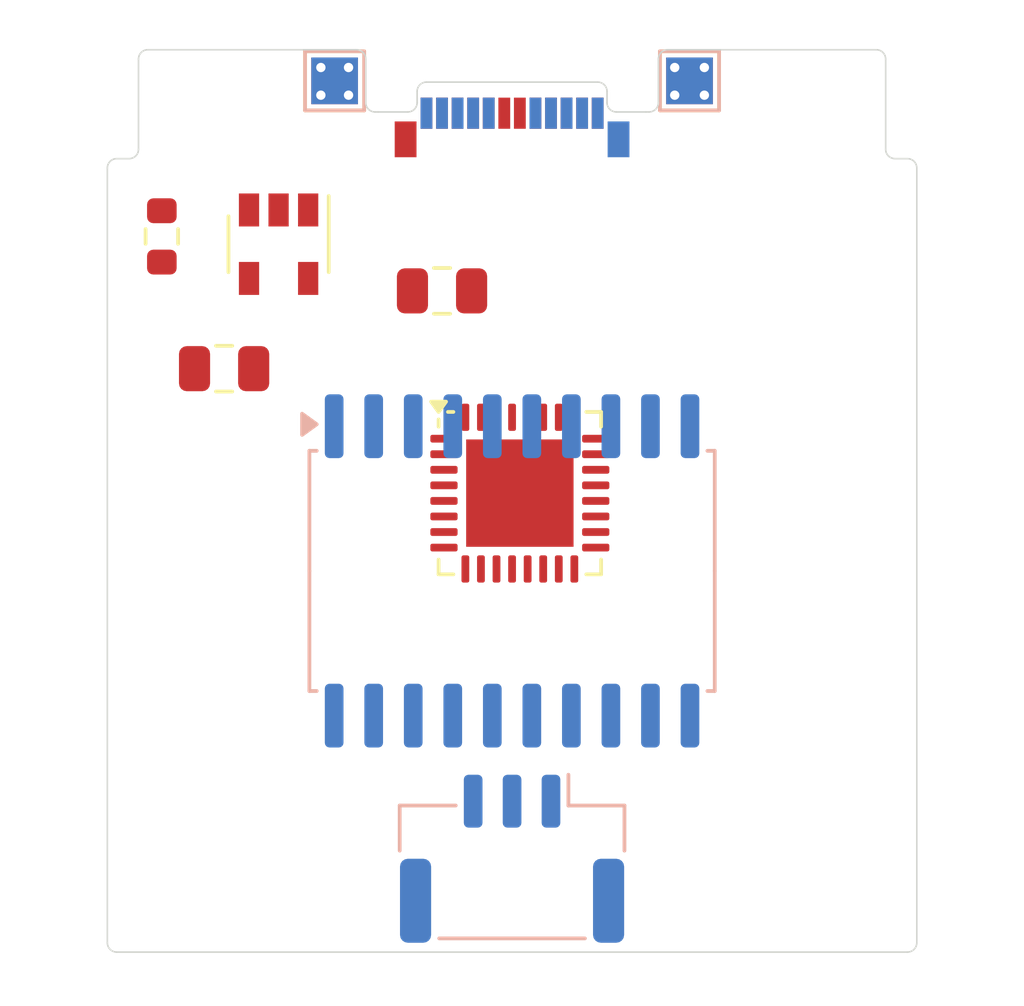
<source format=kicad_pcb>
(kicad_pcb (version 20240108) (generator "pcbnew") (generator_version "8.0")
  (title_block (title "Expansion Card Template") (rev "X1") (company "Framework") (comment 1 "This work is licensed under a Creative Commons Attribution 4.0 International License") (comment 4 "https://frame.work"))
  (layers (0 "F.Cu" signal) (31 "B.Cu" signal) (34 "B.Paste" user) (35 "F.Paste" user) (36 "B.SilkS" user "B.Silkscreen") (37 "F.SilkS" user "F.Silkscreen") (38 "B.Mask" user) (39 "F.Mask" user) (44 "Edge.Cuts" user))
  (net 0 "")
  (net 1 "GND")
  (net 2 "+3V3")
  (net 3 "VBUS")
  (net 4 "/USB_DP")
  (net 5 "/USB_DN")
  (net 6 "Net-(P1-CC)")
  (net 22 "/CAN_RX")
  (net 35 "/CAN_TX")
  (net 38 "GND2")
  (net 40 "Net-(J1-Pin_2)")
  (net 42 "Net-(J1-Pin_1)")
  (net 46 "Net-(U3-VISOIN)")
  (footprint "Package_TO_SOT_SMD:SOT-23-5" (layer "F.Cu") (at 132.5 133.25 -90)
    (property "Reference" "U1" (hide yes))
    (property "Value" "AP2112K-3.3")
    (fp_line (start -0.9 1.61) (end 0.9 1.61) (stroke (width 0.12)) (layer "F.SilkS"))
    (fp_line (start 0.9 -1.61) (end -1.55 -1.61) (stroke (width 0.12)) (layer "F.SilkS"))
    (pad "1" smd rect (at -1.1 -0.95 270) (size 1.06 0.65) (layers "F.Cu" "F.Paste" "F.Mask") (net 3 "VBUS"))
    (pad "2" smd rect (at -1.1 0 270) (size 1.06 0.65) (layers "F.Cu" "F.Paste" "F.Mask") (net 1 "GND"))
    (pad "3" smd rect (at -1.1 0.95 270) (size 1.06 0.65) (layers "F.Cu" "F.Paste" "F.Mask") (net 3 "VBUS"))
    (pad "4" smd rect (at 1.1 0.95 270) (size 1.06 0.65) (layers "F.Cu" "F.Paste" "F.Mask"))
    (pad "5" smd rect (at 1.1 -0.95 270) (size 1.06 0.65) (layers "F.Cu" "F.Paste" "F.Mask") (net 2 "+3V3"))
  )
  (footprint "Capacitor_SMD:C_0805_2012Metric" (layer "F.Cu") (at 130.75 137.25 180)
    (property "Reference" "C1" (hide yes))
    (property "Value" "10uF")
    (fp_line (start -0.261252 0.735) (end 0.261252 0.735) (stroke (width 0.12)) (layer "F.SilkS"))
    (fp_line (start -0.261252 -0.735) (end 0.261252 -0.735) (stroke (width 0.12)) (layer "F.SilkS"))
    (pad "1" smd roundrect (at -0.95 0 180) (size 1 1.45) (layers "F.Cu" "F.Paste" "F.Mask") (net 3 "VBUS"))
    (pad "2" smd roundrect (at 0.95 0 180) (size 1 1.45) (layers "F.Cu" "F.Paste" "F.Mask") (net 1 "GND"))
  )
  (footprint "Resistor_SMD:R_0603_1608Metric" (layer "F.Cu") (at 128.75 133 -90)
    (property "Reference" "R1" (hide yes))
    (property "Value" "5.1k")
    (fp_line (start -0.237258 0.5225) (end 0.237258 0.5225) (stroke (width 0.12)) (layer "F.SilkS"))
    (fp_line (start -0.237258 -0.5225) (end 0.237258 -0.5225) (stroke (width 0.12)) (layer "F.SilkS"))
    (pad "1" smd roundrect (at -0.825 0 270) (size 0.8 0.95) (layers "F.Cu" "F.Paste" "F.Mask") (net 6 "Net-(P1-CC)"))
    (pad "2" smd roundrect (at 0.825 0 270) (size 0.8 0.95) (layers "F.Cu" "F.Paste" "F.Mask") (net 1 "GND"))
  )
  (footprint "Expansion_Card:USB_C_Plug_Molex_105444" (layer "F.Cu") (at 140 129)
    (property "Reference" "P1" (hide yes))
    (property "Value" "USB_C_Plug_USB2.0")
    (fp_line (start -3.35 0) (end -4.3 0) (stroke (width 0.05)) (layer "Edge.Cuts"))
    (fp_line (start -3.05 -0.66) (end -3.05 -0.3) (stroke (width 0.05)) (layer "Edge.Cuts"))
    (fp_line (start -2.75 -0.96) (end 2.75 -0.96) (stroke (width 0.05)) (layer "Edge.Cuts"))
    (fp_line (start 3.05 -0.66) (end 3.05 -0.3) (stroke (width 0.05)) (layer "Edge.Cuts"))
    (fp_line (start 3.35 0) (end 4.3 0) (stroke (width 0.05)) (layer "Edge.Cuts"))
    (fp_arc (start -3.05 -0.66) (mid -2.962132 -0.872132) (end -2.75 -0.96) (stroke (width 0.05)) (layer "Edge.Cuts"))
    (fp_arc (start -3.05 -0.3) (mid -3.137868 -0.087868) (end -3.35 0) (stroke (width 0.05)) (layer "Edge.Cuts"))
    (fp_arc (start 2.75 -0.96) (mid 2.962132 -0.872132) (end 3.05 -0.66) (stroke (width 0.05)) (layer "Edge.Cuts"))
    (fp_arc (start 3.35 0) (mid 3.137868 -0.087868) (end 3.05 -0.3) (stroke (width 0.05)) (layer "Edge.Cuts"))
    (pad "A1" smd rect (at -2.75 0.04) (size 0.38 1) (layers "F.Cu" "F.Paste" "F.Mask") (net 1 "GND"))
    (pad "A2" smd rect (at -2.25 0.04) (size 0.38 1) (layers "F.Cu" "F.Paste" "F.Mask"))
    (pad "A3" smd rect (at -1.75 0.04) (size 0.38 1) (layers "F.Cu" "F.Paste" "F.Mask"))
    (pad "A4" smd rect (at -1.25 0.04) (size 0.38 1) (layers "F.Cu" "F.Paste" "F.Mask") (net 3 "VBUS"))
    (pad "A5" smd rect (at -0.75 0.04) (size 0.38 1) (layers "F.Cu" "F.Paste" "F.Mask") (net 6 "Net-(P1-CC)"))
    (pad "A6" smd rect (at -0.25 0.04) (size 0.38 1) (layers "F.Cu" "F.Paste" "F.Mask") (net 4 "/USB_DP"))
    (pad "A7" smd rect (at 0.25 0.04) (size 0.38 1) (layers "F.Cu" "F.Paste" "F.Mask") (net 5 "/USB_DN"))
    (pad "A8" smd rect (at 0.75 0.04) (size 0.38 1) (layers "F.Cu" "F.Paste" "F.Mask"))
    (pad "A9" smd rect (at 1.25 0.04) (size 0.38 1) (layers "F.Cu" "F.Paste" "F.Mask") (net 3 "VBUS"))
    (pad "A10" smd rect (at 1.75 0.04) (size 0.38 1) (layers "F.Cu" "F.Paste" "F.Mask"))
    (pad "A11" smd rect (at 2.25 0.04) (size 0.38 1) (layers "F.Cu" "F.Paste" "F.Mask"))
    (pad "A12" smd rect (at 2.75 0.04) (size 0.38 1) (layers "F.Cu" "F.Paste" "F.Mask") (net 1 "GND"))
    (pad "B1" smd rect (at 2.75 0.04) (size 0.38 1) (layers "B.Cu" "B.Paste" "B.Mask") (net 1 "GND"))
    (pad "B2" smd rect (at 2.25 0.04) (size 0.38 1) (layers "B.Cu" "B.Paste" "B.Mask"))
    (pad "B3" smd rect (at 1.75 0.04) (size 0.38 1) (layers "B.Cu" "B.Paste" "B.Mask"))
    (pad "B4" smd rect (at 1.25 0.04) (size 0.38 1) (layers "B.Cu" "B.Paste" "B.Mask") (net 3 "VBUS"))
    (pad "B5" smd rect (at 0.75 0.04) (size 0.38 1) (layers "B.Cu" "B.Paste" "B.Mask"))
    (pad "B8" smd rect (at -0.75 0.04) (size 0.38 1) (layers "B.Cu" "B.Paste" "B.Mask"))
    (pad "B9" smd rect (at -1.25 0.04) (size 0.38 1) (layers "B.Cu" "B.Paste" "B.Mask") (net 3 "VBUS"))
    (pad "B10" smd rect (at -1.75 0.04) (size 0.38 1) (layers "B.Cu" "B.Paste" "B.Mask"))
    (pad "B11" smd rect (at -2.25 0.04) (size 0.38 1) (layers "B.Cu" "B.Paste" "B.Mask"))
    (pad "B12" smd rect (at -2.75 0.04) (size 0.38 1) (layers "B.Cu" "B.Paste" "B.Mask") (net 1 "GND"))
    (pad "S1" smd rect (at -3.42 0.88) (size 0.7 1.15) (layers "F.Cu" "F.Paste" "F.Mask") (net 1 "GND"))
    (pad "S1" smd rect (at 3.42 0.88) (size 0.7 1.15) (layers "B.Cu" "B.Paste" "B.Mask") (net 1 "GND"))
  )
  (footprint "Capacitor_SMD:C_0805_2012Metric" (layer "F.Cu") (at 137.75 134.75 180)
    (property "Reference" "C2" (hide yes))
    (property "Value" "10uF")
    (fp_line (start -0.261252 0.735) (end 0.261252 0.735) (stroke (width 0.12)) (layer "F.SilkS"))
    (fp_line (start -0.261252 -0.735) (end 0.261252 -0.735) (stroke (width 0.12)) (layer "F.SilkS"))
    (pad "1" smd roundrect (at -0.95 0 180) (size 1 1.45) (layers "F.Cu" "F.Paste" "F.Mask") (net 2 "+3V3"))
    (pad "2" smd roundrect (at 0.95 0 180) (size 1 1.45) (layers "F.Cu" "F.Paste" "F.Mask") (net 1 "GND"))
  )
  (footprint "MountingHole:MountingHole_2.2mm_M2" (layer "F.Cu") (at 128.7 146.5)
    (property "Reference" "H1" (hide yes))
    (property "Value" "MountingHole")
    (pad "" np_thru_hole circle (at 0 0) (size 2.2 2.2) (drill 2.2) (layers "*.Cu" "*.Mask"))
  )
  (footprint "MountingHole:MountingHole_2.2mm_M2" (layer "F.Cu") (at 151.3 146.5)
    (property "Reference" "H2" (hide yes))
    (property "Value" "MountingHole")
    (pad "" np_thru_hole circle (at 0 0) (size 2.2 2.2) (drill 2.2) (layers "*.Cu" "*.Mask"))
  )
  (footprint "TestPoint:TestPoint_Pad_1.5x1.5mm" (layer "F.Cu") (at 134.3 128)
    (property "Reference" "TP1" (hide yes))
    (property "Value" "TestPoint")
    (fp_line (start -0.95 -0.95) (end 0.95 -0.95) (stroke (width 0.12)) (layer "F.SilkS"))
    (fp_line (start -0.95 0.95) (end -0.95 -0.95) (stroke (width 0.12)) (layer "F.SilkS"))
    (fp_line (start 0.95 -0.95) (end 0.95 0.95) (stroke (width 0.12)) (layer "F.SilkS"))
    (fp_line (start 0.95 0.95) (end -0.95 0.95) (stroke (width 0.12)) (layer "F.SilkS"))
    (pad "1" smd rect (at 0 0) (size 1.5 1.5) (layers "F.Cu" "F.Mask") (net 1 "GND"))
  )
  (footprint "TestPoint:TestPoint_Pad_1.5x1.5mm" (layer "F.Cu") (at 145.7 128)
    (property "Reference" "TP3" (hide yes))
    (property "Value" "TestPoint")
    (fp_line (start -0.95 -0.95) (end 0.95 -0.95) (stroke (width 0.12)) (layer "F.SilkS"))
    (fp_line (start -0.95 0.95) (end -0.95 -0.95) (stroke (width 0.12)) (layer "F.SilkS"))
    (fp_line (start 0.95 -0.95) (end 0.95 0.95) (stroke (width 0.12)) (layer "F.SilkS"))
    (fp_line (start 0.95 0.95) (end -0.95 0.95) (stroke (width 0.12)) (layer "F.SilkS"))
    (pad "1" smd rect (at 0 0) (size 1.5 1.5) (layers "F.Cu" "F.Mask") (net 1 "GND"))
  )
  (footprint "Package_DFN_QFN:QFN-32-1EP_5x5mm_P0.5mm_EP3.45x3.45mm" (layer "F.Cu") (at 140.25 141.25)
    (property "Reference" "U2" (hide yes))
    (property "Value" "STM32G0B1KBUx")
    (fp_line (start -2.61 -2.135) (end -2.61 -2.37) (stroke (width 0.12)) (layer "F.SilkS"))
    (fp_line (start -2.61 2.61) (end -2.61 2.135) (stroke (width 0.12)) (layer "F.SilkS"))
    (fp_line (start -2.135 -2.61) (end -2.31 -2.61) (stroke (width 0.12)) (layer "F.SilkS"))
    (fp_line (start -2.135 2.61) (end -2.61 2.61) (stroke (width 0.12)) (layer "F.SilkS"))
    (fp_line (start 2.135 -2.61) (end 2.61 -2.61) (stroke (width 0.12)) (layer "F.SilkS"))
    (fp_line (start 2.135 2.61) (end 2.61 2.61) (stroke (width 0.12)) (layer "F.SilkS"))
    (fp_line (start 2.61 -2.61) (end 2.61 -2.135) (stroke (width 0.12)) (layer "F.SilkS"))
    (fp_line (start 2.61 2.61) (end 2.61 2.135) (stroke (width 0.12)) (layer "F.SilkS"))
    (fp_poly (pts (xy -2.61 -2.61) (xy -2.85 -2.94) (xy -2.37 -2.94) (xy -2.61 -2.61)) (stroke (width 0.12)) (fill solid) (layer "F.SilkS"))
    (pad "1" smd roundrect (at -2.4375 -1.75) (size 0.875 0.25) (layers "F.Cu" "F.Paste" "F.Mask") (net 35 "/CAN_TX"))
    (pad "2" smd roundrect (at -2.4375 -1.25) (size 0.875 0.25) (layers "F.Cu" "F.Paste" "F.Mask"))
    (pad "3" smd roundrect (at -2.4375 -0.75) (size 0.875 0.25) (layers "F.Cu" "F.Paste" "F.Mask"))
    (pad "4" smd roundrect (at -2.4375 -0.25) (size 0.875 0.25) (layers "F.Cu" "F.Paste" "F.Mask") (net 2 "+3V3"))
    (pad "5" smd roundrect (at -2.4375 0.25) (size 0.875 0.25) (layers "F.Cu" "F.Paste" "F.Mask") (net 1 "GND"))
    (pad "6" smd roundrect (at -2.4375 0.75) (size 0.875 0.25) (layers "F.Cu" "F.Paste" "F.Mask"))
    (pad "7" smd roundrect (at -2.4375 1.25) (size 0.875 0.25) (layers "F.Cu" "F.Paste" "F.Mask"))
    (pad "8" smd roundrect (at -2.4375 1.75) (size 0.875 0.25) (layers "F.Cu" "F.Paste" "F.Mask"))
    (pad "9" smd roundrect (at -1.75 2.4375) (size 0.25 0.875) (layers "F.Cu" "F.Paste" "F.Mask"))
    (pad "10" smd roundrect (at -1.25 2.4375) (size 0.25 0.875) (layers "F.Cu" "F.Paste" "F.Mask"))
    (pad "11" smd roundrect (at -0.75 2.4375) (size 0.25 0.875) (layers "F.Cu" "F.Paste" "F.Mask"))
    (pad "12" smd roundrect (at -0.25 2.4375) (size 0.25 0.875) (layers "F.Cu" "F.Paste" "F.Mask"))
    (pad "13" smd roundrect (at 0.25 2.4375) (size 0.25 0.875) (layers "F.Cu" "F.Paste" "F.Mask"))
    (pad "14" smd roundrect (at 0.75 2.4375) (size 0.25 0.875) (layers "F.Cu" "F.Paste" "F.Mask"))
    (pad "15" smd roundrect (at 1.25 2.4375) (size 0.25 0.875) (layers "F.Cu" "F.Paste" "F.Mask"))
    (pad "16" smd roundrect (at 1.75 2.4375) (size 0.25 0.875) (layers "F.Cu" "F.Paste" "F.Mask"))
    (pad "17" smd roundrect (at 2.4375 1.75) (size 0.875 0.25) (layers "F.Cu" "F.Paste" "F.Mask"))
    (pad "18" smd roundrect (at 2.4375 1.25) (size 0.875 0.25) (layers "F.Cu" "F.Paste" "F.Mask"))
    (pad "19" smd roundrect (at 2.4375 0.75) (size 0.875 0.25) (layers "F.Cu" "F.Paste" "F.Mask"))
    (pad "20" smd roundrect (at 2.4375 0.25) (size 0.875 0.25) (layers "F.Cu" "F.Paste" "F.Mask"))
    (pad "21" smd roundrect (at 2.4375 -0.25) (size 0.875 0.25) (layers "F.Cu" "F.Paste" "F.Mask"))
    (pad "22" smd roundrect (at 2.4375 -0.75) (size 0.875 0.25) (layers "F.Cu" "F.Paste" "F.Mask") (net 5 "/USB_DN"))
    (pad "23" smd roundrect (at 2.4375 -1.25) (size 0.875 0.25) (layers "F.Cu" "F.Paste" "F.Mask") (net 4 "/USB_DP"))
    (pad "24" smd roundrect (at 2.4375 -1.75) (size 0.875 0.25) (layers "F.Cu" "F.Paste" "F.Mask"))
    (pad "25" smd roundrect (at 1.75 -2.4375) (size 0.25 0.875) (layers "F.Cu" "F.Paste" "F.Mask"))
    (pad "26" smd roundrect (at 1.25 -2.4375) (size 0.25 0.875) (layers "F.Cu" "F.Paste" "F.Mask"))
    (pad "27" smd roundrect (at 0.75 -2.4375) (size 0.25 0.875) (layers "F.Cu" "F.Paste" "F.Mask"))
    (pad "28" smd roundrect (at 0.25 -2.4375) (size 0.25 0.875) (layers "F.Cu" "F.Paste" "F.Mask"))
    (pad "29" smd roundrect (at -0.25 -2.4375) (size 0.25 0.875) (layers "F.Cu" "F.Paste" "F.Mask"))
    (pad "30" smd roundrect (at -0.75 -2.4375) (size 0.25 0.875) (layers "F.Cu" "F.Paste" "F.Mask"))
    (pad "31" smd roundrect (at -1.25 -2.4375) (size 0.25 0.875) (layers "F.Cu" "F.Paste" "F.Mask"))
    (pad "32" smd roundrect (at -1.75 -2.4375) (size 0.25 0.875) (layers "F.Cu" "F.Paste" "F.Mask") (net 22 "/CAN_RX"))
    (pad "33" smd rect (at 0 0) (size 3.45 3.45) (property pad_prop_heatsink) (layers "F.Cu" "F.Mask") (net 1 "GND"))
  )
  (footprint "TestPoint:TestPoint_Pad_1.5x1.5mm" (layer "B.Cu") (at 134.3 128)
    (property "Reference" "TP2" (hide yes))
    (property "Value" "TestPoint")
    (fp_line (start -0.95 -0.95) (end -0.95 0.95) (stroke (width 0.12)) (layer "B.SilkS"))
    (fp_line (start -0.95 0.95) (end 0.95 0.95) (stroke (width 0.12)) (layer "B.SilkS"))
    (fp_line (start 0.95 -0.95) (end -0.95 -0.95) (stroke (width 0.12)) (layer "B.SilkS"))
    (fp_line (start 0.95 0.95) (end 0.95 -0.95) (stroke (width 0.12)) (layer "B.SilkS"))
    (pad "1" smd rect (at 0 0) (size 1.5 1.5) (layers "B.Cu" "B.Mask") (net 1 "GND"))
  )
  (footprint "TestPoint:TestPoint_Pad_1.5x1.5mm" (layer "B.Cu") (at 145.7 128)
    (property "Reference" "TP4" (hide yes))
    (property "Value" "TestPoint")
    (fp_line (start -0.95 -0.95) (end -0.95 0.95) (stroke (width 0.12)) (layer "B.SilkS"))
    (fp_line (start -0.95 0.95) (end 0.95 0.95) (stroke (width 0.12)) (layer "B.SilkS"))
    (fp_line (start 0.95 -0.95) (end -0.95 -0.95) (stroke (width 0.12)) (layer "B.SilkS"))
    (fp_line (start 0.95 0.95) (end 0.95 -0.95) (stroke (width 0.12)) (layer "B.SilkS"))
    (pad "1" smd rect (at 0 0) (size 1.5 1.5) (layers "B.Cu" "B.Mask") (net 1 "GND"))
  )
  (footprint "Package_SO:SOIC-20W_7.5x12.8mm_P1.27mm" (layer "B.Cu") (at 140 143.75 -90)
    (property "Reference" "U3" (hide yes))
    (property "Value" "ISOW1044")
    (fp_line (start -3.86 6.51) (end 0 6.51) (stroke (width 0.12)) (layer "B.SilkS"))
    (fp_line (start 3.86 6.51) (end 0 6.51) (stroke (width 0.12)) (layer "B.SilkS"))
    (fp_line (start -3.86 6.275) (end -3.86 6.51) (stroke (width 0.12)) (layer "B.SilkS"))
    (fp_line (start 3.86 6.275) (end 3.86 6.51) (stroke (width 0.12)) (layer "B.SilkS"))
    (fp_line (start -3.86 -6.275) (end -3.86 -6.51) (stroke (width 0.12)) (layer "B.SilkS"))
    (fp_line (start 3.86 -6.275) (end 3.86 -6.51) (stroke (width 0.12)) (layer "B.SilkS"))
    (fp_line (start -3.86 -6.51) (end 0 -6.51) (stroke (width 0.12)) (layer "B.SilkS"))
    (fp_line (start 3.86 -6.51) (end 0 -6.51) (stroke (width 0.12)) (layer "B.SilkS"))
    (fp_poly (pts (xy -4.7125 6.275) (xy -5.0525 6.745) (xy -4.3725 6.745) (xy -4.7125 6.275)) (stroke (width 0.12)) (fill solid) (layer "B.SilkS"))
    (pad "1" smd roundrect (at -4.65 5.715 270) (size 2.05 0.6) (layers "B.Cu" "B.Paste" "B.Mask"))
    (pad "2" smd roundrect (at -4.65 4.445 270) (size 2.05 0.6) (layers "B.Cu" "B.Paste" "B.Mask"))
    (pad "3" smd roundrect (at -4.65 3.175 270) (size 2.05 0.6) (layers "B.Cu" "B.Paste" "B.Mask") (net 35 "/CAN_TX"))
    (pad "4" smd roundrect (at -4.65 1.905 270) (size 2.05 0.6) (layers "B.Cu" "B.Paste" "B.Mask"))
    (pad "5" smd roundrect (at -4.65 0.635 270) (size 2.05 0.6) (layers "B.Cu" "B.Paste" "B.Mask") (net 22 "/CAN_RX"))
    (pad "6" smd roundrect (at -4.65 -0.635 270) (size 2.05 0.6) (layers "B.Cu" "B.Paste" "B.Mask"))
    (pad "7" smd roundrect (at -4.65 -1.905 270) (size 2.05 0.6) (layers "B.Cu" "B.Paste" "B.Mask"))
    (pad "8" smd roundrect (at -4.65 -3.175 270) (size 2.05 0.6) (layers "B.Cu" "B.Paste" "B.Mask"))
    (pad "9" smd roundrect (at -4.65 -4.445 270) (size 2.05 0.6) (layers "B.Cu" "B.Paste" "B.Mask"))
    (pad "10" smd roundrect (at -4.65 -5.715 270) (size 2.05 0.6) (layers "B.Cu" "B.Paste" "B.Mask"))
    (pad "11" smd roundrect (at 4.65 -5.715 270) (size 2.05 0.6) (layers "B.Cu" "B.Paste" "B.Mask") (net 38 "GND2"))
    (pad "12" smd roundrect (at 4.65 -4.445 270) (size 2.05 0.6) (layers "B.Cu" "B.Paste" "B.Mask") (net 46 "Net-(U3-VISOIN)"))
    (pad "13" smd roundrect (at 4.65 -3.175 270) (size 2.05 0.6) (layers "B.Cu" "B.Paste" "B.Mask") (net 46 "Net-(U3-VISOIN)"))
    (pad "14" smd roundrect (at 4.65 -1.905 270) (size 2.05 0.6) (layers "B.Cu" "B.Paste" "B.Mask"))
    (pad "15" smd roundrect (at 4.65 -0.635 270) (size 2.05 0.6) (layers "B.Cu" "B.Paste" "B.Mask") (net 38 "GND2"))
    (pad "16" smd roundrect (at 4.65 0.635 270) (size 2.05 0.6) (layers "B.Cu" "B.Paste" "B.Mask") (net 38 "GND2"))
    (pad "17" smd roundrect (at 4.65 1.905 270) (size 2.05 0.6) (layers "B.Cu" "B.Paste" "B.Mask") (net 38 "GND2"))
    (pad "18" smd roundrect (at 4.65 3.175 270) (size 2.05 0.6) (layers "B.Cu" "B.Paste" "B.Mask") (net 40 "Net-(J1-Pin_2)"))
    (pad "19" smd roundrect (at 4.65 4.445 270) (size 2.05 0.6) (layers "B.Cu" "B.Paste" "B.Mask") (net 42 "Net-(J1-Pin_1)"))
    (pad "20" smd roundrect (at 4.65 5.715 270) (size 2.05 0.6) (layers "B.Cu" "B.Paste" "B.Mask") (net 46 "Net-(U3-VISOIN)"))
  )
  (footprint "Connector_JST:JST_GH_SM03B-GHS-TB_1x03-1MP_P1.25mm_Horizontal" (layer "B.Cu") (at 140 153 180)
    (property "Reference" "J1" (hide yes))
    (property "Value" "Conn_01x03")
    (fp_line (start 3.61 1.71) (end 3.61 0.26) (stroke (width 0.12)) (layer "B.SilkS"))
    (fp_line (start 2.34 -2.56) (end -2.34 -2.56) (stroke (width 0.12)) (layer "B.SilkS"))
    (fp_line (start 1.81 1.71) (end 3.61 1.71) (stroke (width 0.12)) (layer "B.SilkS"))
    (fp_line (start -1.81 2.7) (end -1.81 1.71) (stroke (width 0.12)) (layer "B.SilkS"))
    (fp_line (start -1.81 1.71) (end -3.61 1.71) (stroke (width 0.12)) (layer "B.SilkS"))
    (fp_line (start -3.61 1.71) (end -3.61 0.26) (stroke (width 0.12)) (layer "B.SilkS"))
    (pad "1" smd roundrect (at -1.25 1.85 180) (size 0.6 1.7) (layers "B.Cu" "B.Paste" "B.Mask") (net 42 "Net-(J1-Pin_1)"))
    (pad "2" smd roundrect (at 0 1.85 180) (size 0.6 1.7) (layers "B.Cu" "B.Paste" "B.Mask") (net 40 "Net-(J1-Pin_2)"))
    (pad "3" smd roundrect (at 1.25 1.85 180) (size 0.6 1.7) (layers "B.Cu" "B.Paste" "B.Mask") (net 38 "GND2"))
    (pad "MP" smd roundrect (at -3.1 -1.35 180) (size 1 2.7) (layers "B.Cu" "B.Paste" "B.Mask"))
    (pad "MP" smd roundrect (at 3.1 -1.35 180) (size 1 2.7) (layers "B.Cu" "B.Paste" "B.Mask"))
  )
  (gr_line (start 153 130.8) (end 153 155.7) (stroke (width 0.05)) (layer "Edge.Cuts"))
  (gr_line (start 127.3 156) (end 152.7 156) (stroke (width 0.05)) (layer "Edge.Cuts"))
  (gr_arc (start 144.7 128.7) (mid 144.612132 128.912132) (end 144.4 129) (stroke (width 0.05)) (layer "Edge.Cuts"))
  (gr_arc (start 135 127) (mid 135.212132 127.087868) (end 135.3 127.3) (stroke (width 0.05)) (layer "Edge.Cuts"))
  (gr_line (start 144.7 128.7) (end 144.7 127.3) (stroke (width 0.05)) (layer "Edge.Cuts"))
  (gr_arc (start 144.7 127.3) (mid 144.787868 127.087868) (end 145 127) (stroke (width 0.05)) (layer "Edge.Cuts"))
  (gr_line (start 135 127) (end 128.3 127) (stroke (width 0.05)) (layer "Edge.Cuts"))
  (gr_line (start 145 127) (end 151.7 127) (stroke (width 0.05)) (layer "Edge.Cuts"))
  (gr_arc (start 127.3 156) (mid 127.087868 155.912132) (end 127 155.7) (stroke (width 0.05)) (layer "Edge.Cuts"))
  (gr_line (start 144.3 129) (end 144.4 129) (stroke (width 0.05)) (layer "Edge.Cuts"))
  (gr_arc (start 128 127.3) (mid 128.087868 127.087868) (end 128.3 127) (stroke (width 0.05)) (layer "Edge.Cuts"))
  (gr_line (start 128 130.2) (end 128 127.3) (stroke (width 0.05)) (layer "Edge.Cuts"))
  (gr_arc (start 128 130.2) (mid 127.912132 130.412132) (end 127.7 130.5) (stroke (width 0.05)) (layer "Edge.Cuts"))
  (gr_arc (start 127 130.8) (mid 127.087868 130.587868) (end 127.3 130.5) (stroke (width 0.05)) (layer "Edge.Cuts"))
  (gr_line (start 127.3 130.5) (end 127.7 130.5) (stroke (width 0.05)) (layer "Edge.Cuts"))
  (gr_line (start 152 130.2) (end 152 127.3) (stroke (width 0.05)) (layer "Edge.Cuts"))
  (gr_arc (start 152.7 130.5) (mid 152.912132 130.587868) (end 153 130.8) (stroke (width 0.05)) (layer "Edge.Cuts"))
  (gr_arc (start 152.3 130.5) (mid 152.087868 130.412132) (end 152 130.2) (stroke (width 0.05)) (layer "Edge.Cuts"))
  (gr_line (start 152.3 130.5) (end 152.7 130.5) (stroke (width 0.05)) (layer "Edge.Cuts"))
  (gr_arc (start 151.7 127) (mid 151.912132 127.087868) (end 152 127.3) (stroke (width 0.05)) (layer "Edge.Cuts"))
  (gr_line (start 135.6 129) (end 135.7 129) (stroke (width 0.05)) (layer "Edge.Cuts"))
  (gr_arc (start 135.6 129) (mid 135.387868 128.912132) (end 135.3 128.7) (stroke (width 0.05)) (layer "Edge.Cuts"))
  (gr_line (start 127 130.8) (end 127 155.7) (stroke (width 0.05)) (layer "Edge.Cuts"))
  (gr_arc (start 153 155.7) (mid 152.912132 155.912132) (end 152.7 156) (stroke (width 0.05)) (layer "Edge.Cuts"))
  (gr_line (start 135.3 128.7) (end 135.3 127.3) (stroke (width 0.05)) (layer "Edge.Cuts"))
  (via (at 133.858 127.5715) (size 0.5) (drill 0.3) (layers "F.Cu" "B.Cu") (net 1))
  (via (at 133.858 128.4605) (size 0.5) (drill 0.3) (layers "F.Cu" "B.Cu") (net 1))
  (via (at 146.177 127.5715) (size 0.5) (drill 0.3) (layers "F.Cu" "B.Cu") (net 1))
  (via (at 146.177 128.4605) (size 0.5) (drill 0.3) (layers "F.Cu" "B.Cu") (net 1))
  (via (at 145.2245 128.4605) (size 0.5) (drill 0.3) (layers "F.Cu" "B.Cu") (net 1))
  (via (at 134.747 128.4605) (size 0.5) (drill 0.3) (layers "F.Cu" "B.Cu") (net 1))
  (via (at 145.2245 127.5715) (size 0.5) (drill 0.3) (layers "F.Cu" "B.Cu") (net 1))
  (via (at 134.747 127.5715) (size 0.5) (drill 0.3) (layers "F.Cu" "B.Cu") (net 1))
)
</source>
